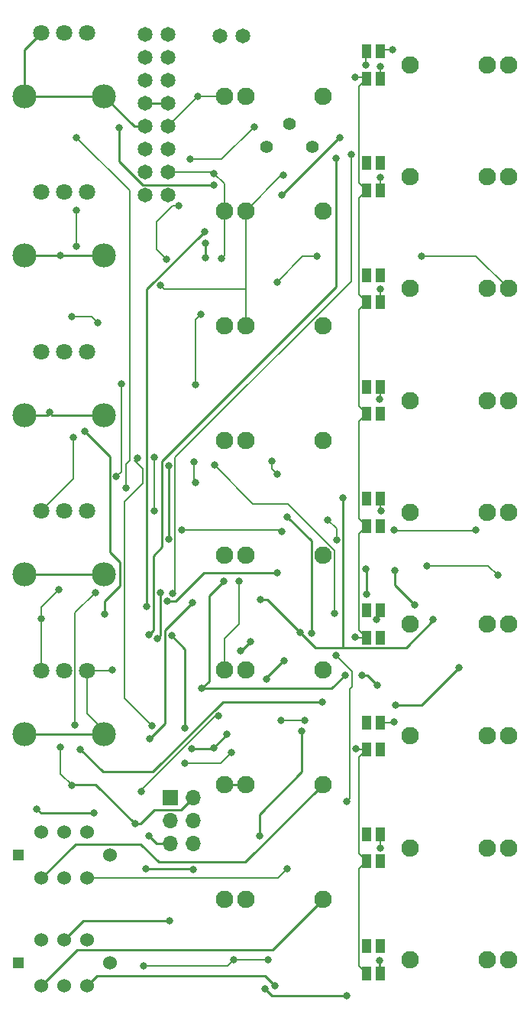
<source format=gbl>
G04 #@! TF.GenerationSoftware,KiCad,Pcbnew,(5.99.0-11177-g6c67dfa032)*
G04 #@! TF.CreationDate,2021-08-04T13:50:32-07:00*
G04 #@! TF.ProjectId,SCMv3,53434d76-332e-46b6-9963-61645f706362,rev?*
G04 #@! TF.SameCoordinates,Original*
G04 #@! TF.FileFunction,Copper,L2,Bot*
G04 #@! TF.FilePolarity,Positive*
%FSLAX46Y46*%
G04 Gerber Fmt 4.6, Leading zero omitted, Abs format (unit mm)*
G04 Created by KiCad (PCBNEW (5.99.0-11177-g6c67dfa032)) date 2021-08-04 13:50:32*
%MOMM*%
%LPD*%
G01*
G04 APERTURE LIST*
G04 #@! TA.AperFunction,ComponentPad*
%ADD10C,1.651000*%
G04 #@! TD*
G04 #@! TA.AperFunction,ComponentPad*
%ADD11C,1.397000*%
G04 #@! TD*
G04 #@! TA.AperFunction,ComponentPad*
%ADD12R,1.700000X1.700000*%
G04 #@! TD*
G04 #@! TA.AperFunction,ComponentPad*
%ADD13O,1.700000X1.700000*%
G04 #@! TD*
G04 #@! TA.AperFunction,ComponentPad*
%ADD14C,1.930400*%
G04 #@! TD*
G04 #@! TA.AperFunction,ComponentPad*
%ADD15C,1.524000*%
G04 #@! TD*
G04 #@! TA.AperFunction,ComponentPad*
%ADD16R,1.270000X1.270000*%
G04 #@! TD*
G04 #@! TA.AperFunction,ComponentPad*
%ADD17C,1.803400*%
G04 #@! TD*
G04 #@! TA.AperFunction,ComponentPad*
%ADD18C,2.667000*%
G04 #@! TD*
G04 #@! TA.AperFunction,SMDPad,CuDef*
%ADD19R,1.100000X1.500000*%
G04 #@! TD*
G04 #@! TA.AperFunction,ViaPad*
%ADD20C,0.800000*%
G04 #@! TD*
G04 #@! TA.AperFunction,Conductor*
%ADD21C,0.250000*%
G04 #@! TD*
G04 #@! TA.AperFunction,Conductor*
%ADD22C,0.203200*%
G04 #@! TD*
G04 APERTURE END LIST*
D10*
X16740000Y-2230000D03*
X19280000Y-2230000D03*
X16740000Y-4770000D03*
X19280000Y-4770000D03*
X16740000Y-7310000D03*
X19280000Y-7310000D03*
X16740000Y-9850000D03*
X19280000Y-9850000D03*
X16740000Y-12390000D03*
X19280000Y-12390000D03*
X16740000Y-14930000D03*
X19280000Y-14930000D03*
X16740000Y-17470000D03*
X19280000Y-17470000D03*
X16740000Y-20010000D03*
X19280000Y-20010000D03*
D11*
X30210000Y-14680000D03*
X32750000Y-12140000D03*
X35290000Y-14680000D03*
D12*
X19560000Y-86690000D03*
D13*
X22100000Y-86690000D03*
X19560000Y-89230000D03*
X22100000Y-89230000D03*
X19560000Y-91770000D03*
X22100000Y-91770000D03*
D10*
X27560000Y-2420000D03*
X25020000Y-2420000D03*
D14*
X46101000Y-17970500D03*
X57073800Y-17970500D03*
X54660800Y-17970500D03*
D15*
X5257800Y-90512900D03*
X7797800Y-90512900D03*
X10337800Y-90512900D03*
X5257800Y-95592900D03*
X7797800Y-95592900D03*
X10337800Y-95592900D03*
D16*
X2717800Y-93052900D03*
D15*
X12877800Y-93052900D03*
D14*
X36499800Y-9029700D03*
X25527000Y-9029700D03*
X27940000Y-9029700D03*
X36499800Y-34429700D03*
X25527000Y-34429700D03*
X27940000Y-34429700D03*
D17*
X5257963Y-37323457D03*
X7797963Y-37323457D03*
X10337963Y-37323457D03*
D18*
X3403763Y-44333857D03*
X12192163Y-44333857D03*
D19*
X41312400Y-90765500D03*
X41312400Y-93765500D03*
X42812400Y-93765500D03*
X42812400Y-90765500D03*
D14*
X46101000Y-30353000D03*
X57073800Y-30353000D03*
X54660800Y-30353000D03*
X46101000Y-42735500D03*
X57073800Y-42735500D03*
X54660800Y-42735500D03*
D17*
X5257963Y-19670457D03*
X7797963Y-19670457D03*
X10337963Y-19670457D03*
D18*
X3403763Y-26680857D03*
X12192163Y-26680857D03*
D17*
X5257963Y-72629457D03*
X7797963Y-72629457D03*
X10337963Y-72629457D03*
D18*
X3403763Y-79639857D03*
X12192163Y-79639857D03*
D14*
X46101000Y-104648000D03*
X57073800Y-104648000D03*
X54660800Y-104648000D03*
X36499800Y-72529700D03*
X25527000Y-72529700D03*
X27940000Y-72529700D03*
X36499800Y-97929700D03*
X25527000Y-97929700D03*
X27940000Y-97929700D03*
D15*
X5257800Y-102450900D03*
X7797800Y-102450900D03*
X10337800Y-102450900D03*
X5257800Y-107530900D03*
X7797800Y-107530900D03*
X10337800Y-107530900D03*
D16*
X2717800Y-104990900D03*
D15*
X12877800Y-104990900D03*
D14*
X46101000Y-5588000D03*
X57073800Y-5588000D03*
X54660800Y-5588000D03*
X36499800Y-59829700D03*
X25527000Y-59829700D03*
X27940000Y-59829700D03*
X46101000Y-92265500D03*
X57073800Y-92265500D03*
X54660800Y-92265500D03*
X46101000Y-67500500D03*
X57073800Y-67500500D03*
X54660800Y-67500500D03*
X36499800Y-47129700D03*
X25527000Y-47129700D03*
X27940000Y-47129700D03*
X36499800Y-85229700D03*
X25527000Y-85229700D03*
X27940000Y-85229700D03*
D19*
X41312400Y-41235500D03*
X41312400Y-44235500D03*
X42812400Y-44235500D03*
X42812400Y-41235500D03*
D17*
X5257963Y-54976457D03*
X7797963Y-54976457D03*
X10337963Y-54976457D03*
D18*
X3403763Y-61986857D03*
X12192163Y-61986857D03*
D19*
X41312400Y-4088000D03*
X41312400Y-7088000D03*
X42812400Y-7088000D03*
X42812400Y-4088000D03*
D17*
X5257963Y-2017457D03*
X7797963Y-2017457D03*
X10337963Y-2017457D03*
D18*
X3403763Y-9027857D03*
X12192163Y-9027857D03*
D19*
X41312400Y-28853000D03*
X41312400Y-31853000D03*
X42812400Y-31853000D03*
X42812400Y-28853000D03*
X41312400Y-66000500D03*
X41312400Y-69000500D03*
X42812400Y-69000500D03*
X42812400Y-66000500D03*
D14*
X46101000Y-79883000D03*
X57073800Y-79883000D03*
X54660800Y-79883000D03*
D19*
X41312400Y-16470500D03*
X41312400Y-19470500D03*
X42812400Y-19470500D03*
X42812400Y-16470500D03*
X41312400Y-53618000D03*
X41312400Y-56618000D03*
X42812400Y-56618000D03*
X42812400Y-53618000D03*
X41312400Y-78383000D03*
X41312400Y-81383000D03*
X42812400Y-81383000D03*
X42812400Y-78383000D03*
D14*
X46101000Y-55118000D03*
X57073800Y-55118000D03*
X54660800Y-55118000D03*
X36499800Y-21729700D03*
X25527000Y-21729700D03*
X27940000Y-21729700D03*
D19*
X41312400Y-103148000D03*
X41312400Y-106148000D03*
X42812400Y-106148000D03*
X42812400Y-103148000D03*
D20*
X30805275Y-49444918D03*
X11490000Y-34120000D03*
X19400000Y-58060000D03*
X37970000Y-58140000D03*
X35820000Y-26750000D03*
X11110000Y-88430000D03*
X25190000Y-27010000D03*
X22340000Y-51840000D03*
X31370000Y-29610000D03*
X47400000Y-26730000D03*
X8670000Y-33420000D03*
X21190000Y-79020000D03*
X26590000Y-104640000D03*
X19120000Y-27070000D03*
X31380000Y-50870000D03*
X27140000Y-62780000D03*
X21950000Y-81330000D03*
X13099299Y-72560000D03*
X24390000Y-17600000D03*
X37010000Y-55970000D03*
X24370000Y-81170000D03*
X16800000Y-94600000D03*
X25830000Y-79710000D03*
X18420000Y-63990000D03*
X31790000Y-78160000D03*
X48020000Y-61020000D03*
X7399143Y-26680857D03*
X34430000Y-78140000D03*
X22570000Y-9100000D03*
X18070000Y-69080000D03*
X22160000Y-49530000D03*
X19380000Y-49940000D03*
X4750000Y-87940000D03*
X20460000Y-21190000D03*
X16570000Y-105320000D03*
X6160000Y-44070000D03*
X22100000Y-94670000D03*
X30420000Y-104670000D03*
X55840000Y-62100000D03*
X19680000Y-68780000D03*
X9120000Y-25650000D03*
X8600000Y-85360000D03*
X5257963Y-66912037D03*
X7220000Y-63700000D03*
X13580000Y-51130000D03*
X15630000Y-89600000D03*
X32070000Y-17820000D03*
X14110000Y-40930000D03*
X18418900Y-30000000D03*
X9140000Y-21700000D03*
X8840000Y-46870000D03*
X7380000Y-81160000D03*
X19480000Y-100370000D03*
X13870000Y-12520000D03*
X24410011Y-18859989D03*
X32521100Y-94560000D03*
X31170000Y-107510000D03*
X39620000Y-15510000D03*
X19830000Y-64090000D03*
X24920000Y-77610000D03*
X16295500Y-86028336D03*
X9170000Y-13610000D03*
X14600000Y-52400000D03*
X12240000Y-66380000D03*
X10040000Y-46180000D03*
X31950000Y-19980000D03*
X16960000Y-65540000D03*
X38340000Y-13670000D03*
X23340000Y-24020000D03*
X31370000Y-61840000D03*
X19180000Y-64950000D03*
X9560000Y-81340000D03*
X11270000Y-63990000D03*
X36430000Y-76150000D03*
X8960000Y-78650000D03*
X31920000Y-57210000D03*
X17740000Y-54960000D03*
X21160000Y-82900000D03*
X26340000Y-81710000D03*
X15910000Y-49080000D03*
X17520000Y-78750000D03*
X17740000Y-49000000D03*
X20802201Y-57050000D03*
X53420000Y-57050000D03*
X44350000Y-57090000D03*
X23420000Y-25320000D03*
X37790000Y-66340000D03*
X23420000Y-26930000D03*
X24420000Y-49850000D03*
X37960000Y-71000000D03*
X22330000Y-40970000D03*
X22940000Y-33170000D03*
X39080000Y-87130000D03*
X21760000Y-16050000D03*
X28890000Y-12420000D03*
X44430000Y-61530000D03*
X46620000Y-65390000D03*
X48715500Y-66990000D03*
X38700000Y-53540000D03*
X33945000Y-68415000D03*
X32190000Y-71570000D03*
X30220000Y-73590000D03*
X29560000Y-64750000D03*
X27320000Y-70440000D03*
X30080000Y-107910000D03*
X39090000Y-108670000D03*
X28406979Y-69467781D03*
X29460000Y-90910000D03*
X34147500Y-79362500D03*
X17284010Y-80200000D03*
X41270000Y-64180000D03*
X21997125Y-65107474D03*
X41260000Y-61360000D03*
X25480000Y-62730000D03*
X23050000Y-74640000D03*
X51560000Y-72310000D03*
X44520000Y-76470000D03*
X40810000Y-73140000D03*
X42510000Y-74270000D03*
X38960000Y-73120000D03*
X40020000Y-6990000D03*
X40000000Y-68930000D03*
X40121100Y-81290000D03*
X42740000Y-104720000D03*
X42870000Y-92330000D03*
X44320000Y-78350000D03*
X42437701Y-66967701D03*
X42880000Y-55000000D03*
X42790000Y-42620000D03*
X42810000Y-30380000D03*
X42810000Y-18080000D03*
X44230000Y-3920000D03*
X42840000Y-5760000D03*
X41230000Y-5600000D03*
X17159631Y-68667405D03*
X37960000Y-15920000D03*
X17150000Y-90910000D03*
X32540000Y-55640000D03*
X35200000Y-68490000D03*
D21*
X3403763Y-44333857D02*
X5896143Y-44333857D01*
D22*
X22640300Y-9029700D02*
X25527000Y-9029700D01*
X10337963Y-72629457D02*
X13029844Y-72629457D01*
X26590000Y-104640000D02*
X30390000Y-104640000D01*
D21*
X3403763Y-61986857D02*
X12192163Y-61986857D01*
X3403763Y-26680857D02*
X7399143Y-26680857D01*
X18420000Y-68730000D02*
X18070000Y-69080000D01*
D22*
X27140000Y-67500000D02*
X25527000Y-69113000D01*
D21*
X5240000Y-88430000D02*
X4750000Y-87940000D01*
D22*
X22570000Y-9100000D02*
X22640300Y-9029700D01*
X25527000Y-18737000D02*
X24390000Y-17600000D01*
D21*
X3403763Y-79639857D02*
X12192163Y-79639857D01*
D22*
X22160000Y-49530000D02*
X22160000Y-51660000D01*
X53450800Y-26730000D02*
X57073800Y-30353000D01*
D21*
X16800000Y-94600000D02*
X22030000Y-94600000D01*
X22030000Y-94600000D02*
X22100000Y-94670000D01*
D22*
X48020000Y-61020000D02*
X54760000Y-61020000D01*
X30390000Y-104640000D02*
X30420000Y-104670000D01*
X25910000Y-105320000D02*
X16570000Y-105320000D01*
D21*
X19400000Y-58060000D02*
X19380000Y-58040000D01*
X21950000Y-81330000D02*
X24210000Y-81330000D01*
D22*
X19770000Y-21190000D02*
X20460000Y-21190000D01*
X19280000Y-12390000D02*
X22570000Y-9100000D01*
D21*
X12192163Y-44333857D02*
X6423857Y-44333857D01*
D22*
X31370000Y-29610000D02*
X34230000Y-26750000D01*
X11490000Y-34120000D02*
X10790000Y-33420000D01*
X12192163Y-79639857D02*
X12192163Y-79243931D01*
X34230000Y-26750000D02*
X35820000Y-26750000D01*
D21*
X19380000Y-58040000D02*
X19380000Y-49940000D01*
X15554306Y-12390000D02*
X16740000Y-12390000D01*
X5896143Y-44333857D02*
X6160000Y-44070000D01*
D22*
X25190000Y-27010000D02*
X25527000Y-26673000D01*
D21*
X21190000Y-70290000D02*
X21190000Y-79020000D01*
D22*
X25527000Y-21729700D02*
X25527000Y-18737000D01*
X10790000Y-33420000D02*
X8670000Y-33420000D01*
X12192163Y-79243931D02*
X10337963Y-77389731D01*
X24260000Y-17470000D02*
X24390000Y-17600000D01*
D21*
X6423857Y-44333857D02*
X6160000Y-44070000D01*
X18420000Y-63990000D02*
X18420000Y-68730000D01*
D22*
X10337963Y-77389731D02*
X10337963Y-72629457D01*
D21*
X3403763Y-9027857D02*
X12192163Y-9027857D01*
X19680000Y-68780000D02*
X21190000Y-70290000D01*
D22*
X30805275Y-49444918D02*
X30805275Y-50295275D01*
D21*
X11110000Y-88430000D02*
X5240000Y-88430000D01*
D22*
X13029844Y-72629457D02*
X13099301Y-72560000D01*
D21*
X12192163Y-9027857D02*
X15554306Y-12390000D01*
D22*
X31790000Y-78160000D02*
X34410000Y-78160000D01*
D21*
X24370000Y-81170000D02*
X25830000Y-79710000D01*
D22*
X19280000Y-17470000D02*
X24260000Y-17470000D01*
X37010000Y-55970000D02*
X37970000Y-56930000D01*
D21*
X5257963Y-2017457D02*
X3403763Y-3871657D01*
X7399143Y-26680857D02*
X12192163Y-26680857D01*
X3403763Y-3871657D02*
X3403763Y-9027857D01*
D22*
X37970000Y-56930000D02*
X37970000Y-58140000D01*
X54760000Y-61020000D02*
X55840000Y-62100000D01*
X18030000Y-25980000D02*
X18030000Y-22930000D01*
X18030000Y-22930000D02*
X19770000Y-21190000D01*
D21*
X24210000Y-81330000D02*
X24370000Y-81170000D01*
D22*
X25527000Y-69113000D02*
X25527000Y-72529700D01*
X34410000Y-78160000D02*
X34430000Y-78140000D01*
X22160000Y-51660000D02*
X22340000Y-51840000D01*
X30805275Y-50295275D02*
X31380000Y-50870000D01*
X47400000Y-26730000D02*
X53450800Y-26730000D01*
D21*
X27940000Y-85229700D02*
X25527000Y-85229700D01*
D22*
X19120000Y-27070000D02*
X18030000Y-25980000D01*
X26590000Y-104640000D02*
X25910000Y-105320000D01*
X25527000Y-26673000D02*
X25527000Y-21729700D01*
X27140000Y-62780000D02*
X27140000Y-67500000D01*
D21*
X20734511Y-88055489D02*
X22100000Y-86690000D01*
X17774511Y-88055489D02*
X20734511Y-88055489D01*
D22*
X8600000Y-85280000D02*
X8600000Y-85360000D01*
X27940000Y-30370000D02*
X27940000Y-34429700D01*
D21*
X16230000Y-89600000D02*
X17774511Y-88055489D01*
D22*
X8840000Y-51394420D02*
X5257963Y-54976457D01*
X9140000Y-21700000D02*
X9140000Y-25630000D01*
D21*
X15630000Y-89600000D02*
X11280000Y-85250000D01*
D22*
X27940000Y-30370000D02*
X27880000Y-30430000D01*
X27940000Y-21729700D02*
X27940000Y-30370000D01*
D21*
X15630000Y-89600000D02*
X16230000Y-89600000D01*
D22*
X7380000Y-81160000D02*
X7380000Y-84060000D01*
X5257963Y-72629457D02*
X5257963Y-66912037D01*
D21*
X8710000Y-85250000D02*
X8600000Y-85360000D01*
D22*
X32070000Y-17820000D02*
X31849700Y-17820000D01*
X5257963Y-65662037D02*
X7220000Y-63700000D01*
X5257963Y-66912037D02*
X5257963Y-65662037D01*
X27880000Y-30430000D02*
X18848900Y-30430000D01*
X31849700Y-17820000D02*
X27940000Y-21729700D01*
X9140000Y-25630000D02*
X9120000Y-25650000D01*
X7380000Y-84060000D02*
X8600000Y-85280000D01*
X14110000Y-40930000D02*
X14110000Y-50600000D01*
X8840000Y-46870000D02*
X8840000Y-51394420D01*
D21*
X11280000Y-85250000D02*
X8710000Y-85250000D01*
D22*
X18848900Y-30430000D02*
X18418900Y-30000000D01*
X14110000Y-50600000D02*
X13580000Y-51130000D01*
D21*
X7797800Y-102450900D02*
X9878700Y-100370000D01*
X9878700Y-100370000D02*
X19480000Y-100370000D01*
X13870000Y-16226362D02*
X16503627Y-18859989D01*
X13870000Y-12520000D02*
X13870000Y-16226362D01*
X16503627Y-18859989D02*
X24410011Y-18859989D01*
D22*
X10337800Y-95592900D02*
X31488200Y-95592900D01*
X31488200Y-95592900D02*
X32521100Y-94560000D01*
D21*
X16270000Y-91840000D02*
X18270000Y-93840000D01*
X27889500Y-93840000D02*
X36499800Y-85229700D01*
X9010700Y-91840000D02*
X16270000Y-91840000D01*
X18270000Y-93840000D02*
X27889500Y-93840000D01*
X5257800Y-95592900D02*
X9010700Y-91840000D01*
X11448700Y-106420000D02*
X30080000Y-106420000D01*
X30080000Y-106420000D02*
X31170000Y-107510000D01*
X10337800Y-107530900D02*
X11448700Y-106420000D01*
X30892089Y-103537411D02*
X36499800Y-97929700D01*
X9251289Y-103537411D02*
X30892089Y-103537411D01*
X5257800Y-107530900D02*
X9251289Y-103537411D01*
D22*
X20101101Y-55050407D02*
X20101101Y-63818899D01*
X39620000Y-29518665D02*
X20081101Y-49057564D01*
X20081101Y-55030407D02*
X20101101Y-55050407D01*
X20081101Y-49057564D02*
X20081101Y-55030407D01*
X20101101Y-63818899D02*
X19830000Y-64090000D01*
X39620000Y-15510000D02*
X39620000Y-29518665D01*
X16295500Y-85862992D02*
X16295500Y-86028344D01*
X24548492Y-77610000D02*
X16295500Y-85862992D01*
X24920000Y-77610000D02*
X24548492Y-77610000D01*
X9170000Y-13610000D02*
X15024500Y-19464500D01*
X15024500Y-19464500D02*
X15024500Y-49395980D01*
X14600000Y-49820480D02*
X14600000Y-52400000D01*
X15024500Y-49395980D02*
X14600000Y-49820480D01*
D21*
X12843890Y-48983890D02*
X12843890Y-59513890D01*
X13950000Y-63220000D02*
X12240000Y-64930000D01*
X13950000Y-60620000D02*
X13950000Y-63220000D01*
X12240000Y-64930000D02*
X12240000Y-66380000D01*
X12843890Y-59513890D02*
X13950000Y-60620000D01*
X10040000Y-46180000D02*
X12843890Y-48983890D01*
X38260000Y-13670000D02*
X38340000Y-13670000D01*
X16960000Y-30400000D02*
X23340000Y-24020000D01*
X16960000Y-65540000D02*
X16960000Y-30400000D01*
X31950000Y-19980000D02*
X38260000Y-13670000D01*
X20154600Y-64950000D02*
X19180000Y-64950000D01*
X23264600Y-61840000D02*
X20154600Y-64950000D01*
X31370000Y-61840000D02*
X23264600Y-61840000D01*
X17635400Y-83870000D02*
X12090000Y-83870000D01*
X12090000Y-83870000D02*
X9560000Y-81340000D01*
X25409901Y-76095499D02*
X17635400Y-83870000D01*
D22*
X11270000Y-63990000D02*
X9000774Y-66259226D01*
X9000774Y-66259226D02*
X9000774Y-78609226D01*
X9000774Y-78609226D02*
X8960000Y-78650000D01*
D21*
X36430000Y-76150000D02*
X36375499Y-76095499D01*
X36375499Y-76095499D02*
X25409901Y-76095499D01*
D22*
X44410000Y-57150000D02*
X44350000Y-57090000D01*
X17740000Y-49000000D02*
X17740000Y-54960000D01*
X21160000Y-82900000D02*
X25150000Y-82900000D01*
X16512211Y-51870745D02*
X14430000Y-53952956D01*
X15594026Y-49395974D02*
X16512211Y-50314159D01*
X25150000Y-82900000D02*
X26340000Y-81710000D01*
X53320000Y-57150000D02*
X44410000Y-57150000D01*
X31760000Y-57050000D02*
X20802201Y-57050000D01*
X14430000Y-75660000D02*
X17520000Y-78750000D01*
X31920000Y-57210000D02*
X31760000Y-57050000D01*
X14430000Y-53952956D02*
X14430000Y-75660000D01*
X16512211Y-50314159D02*
X16512211Y-51870745D01*
X53420000Y-57050000D02*
X53320000Y-57150000D01*
X15910000Y-49080000D02*
X15594026Y-49395974D01*
X37790000Y-66340000D02*
X37790000Y-59329065D01*
X39420000Y-74660000D02*
X39661101Y-74418899D01*
X39661101Y-72701101D02*
X37960000Y-71000000D01*
X22330000Y-33780000D02*
X22940000Y-33170000D01*
X22330000Y-40970000D02*
X22330000Y-33780000D01*
X39420000Y-86790000D02*
X39420000Y-74660000D01*
X39080000Y-87130000D02*
X39420000Y-86790000D01*
D21*
X23420000Y-25320000D02*
X23420000Y-26930000D01*
D22*
X39661101Y-74418899D02*
X39661101Y-72701101D01*
X32616834Y-54155899D02*
X28725899Y-54155899D01*
X37790000Y-59329065D02*
X32616834Y-54155899D01*
X28725899Y-54155899D02*
X24420000Y-49850000D01*
X28890000Y-12420000D02*
X25260000Y-16050000D01*
X25260000Y-16050000D02*
X21760000Y-16050000D01*
D21*
X16740000Y-9850000D02*
X19280000Y-9850000D01*
X44430000Y-61530000D02*
X44430000Y-63200000D01*
X44430000Y-63200000D02*
X46620000Y-65390000D01*
X38700000Y-70070000D02*
X38694989Y-70075011D01*
X32080000Y-71570000D02*
X30220000Y-73430000D01*
X38694989Y-70075011D02*
X45734989Y-70075011D01*
X32190000Y-71570000D02*
X32080000Y-71570000D01*
X30280000Y-64750000D02*
X29560000Y-64750000D01*
X35605011Y-70075011D02*
X30280000Y-64750000D01*
X30220000Y-73430000D02*
X30220000Y-73590000D01*
X38694989Y-70075011D02*
X35605011Y-70075011D01*
X45734989Y-70075011D02*
X48715500Y-67094500D01*
X38700000Y-53540000D02*
X38700000Y-70070000D01*
X48715500Y-67094500D02*
X48715500Y-66990000D01*
X27434760Y-70440000D02*
X27320000Y-70440000D01*
X28406979Y-69467781D02*
X27434760Y-70440000D01*
X30080000Y-107910000D02*
X30840000Y-108670000D01*
X34147500Y-79362500D02*
X34147500Y-83862500D01*
X34147500Y-83862500D02*
X29460000Y-88550000D01*
X30840000Y-108670000D02*
X39090000Y-108670000D01*
X29460000Y-88550000D02*
X29460000Y-90910000D01*
X41270000Y-64180000D02*
X41270000Y-61370000D01*
X21997125Y-65107474D02*
X18955499Y-68149100D01*
X41270000Y-61370000D02*
X41260000Y-61360000D01*
X18955499Y-78528511D02*
X17284010Y-80200000D01*
X18955499Y-68149100D02*
X18955499Y-78528511D01*
X23880000Y-73810000D02*
X23050000Y-74640000D01*
X23050000Y-74640000D02*
X37440000Y-74640000D01*
X23880000Y-64330000D02*
X23880000Y-73810000D01*
X37440000Y-74640000D02*
X38960000Y-73120000D01*
X41380000Y-73140000D02*
X42510000Y-74270000D01*
X47400000Y-76470000D02*
X44520000Y-76470000D01*
X25480000Y-62730000D02*
X23880000Y-64330000D01*
X40810000Y-73140000D02*
X41380000Y-73140000D01*
X51560000Y-72310000D02*
X47400000Y-76470000D01*
D22*
X40461289Y-18619389D02*
X41312400Y-19470500D01*
X40020000Y-6990000D02*
X41214400Y-6990000D01*
X40461289Y-43384389D02*
X41312400Y-44235500D01*
X41312400Y-93765500D02*
X40461289Y-94616611D01*
X41312400Y-81383000D02*
X40461289Y-82234111D01*
X40461289Y-68149389D02*
X41312400Y-69000500D01*
X40461289Y-94616611D02*
X40461289Y-105296889D01*
X40214100Y-81383000D02*
X40121100Y-81290000D01*
X41312400Y-31853000D02*
X40461289Y-32704111D01*
X41312400Y-44235500D02*
X40461289Y-45086611D01*
X41312400Y-81383000D02*
X40214100Y-81383000D01*
X40461289Y-20321611D02*
X40461289Y-31001889D01*
X40461289Y-7939111D02*
X40461289Y-18619389D01*
X40461289Y-55766889D02*
X41312400Y-56618000D01*
X40461289Y-105296889D02*
X41312400Y-106148000D01*
X40461289Y-92914389D02*
X41312400Y-93765500D01*
X41312400Y-56618000D02*
X40461289Y-57469111D01*
X41312400Y-69000500D02*
X40070500Y-69000500D01*
X40461289Y-45086611D02*
X40461289Y-55766889D01*
X40461289Y-31001889D02*
X41312400Y-31853000D01*
X40461289Y-57469111D02*
X40461289Y-68149389D01*
X41312400Y-19470500D02*
X40461289Y-20321611D01*
X40070500Y-69000500D02*
X40000000Y-68930000D01*
X41214400Y-6990000D02*
X41312400Y-7088000D01*
X40461289Y-32704111D02*
X40461289Y-43384389D01*
X40461289Y-82234111D02*
X40461289Y-92914389D01*
X41312400Y-7088000D02*
X40461289Y-7939111D01*
X42880000Y-106215600D02*
X42812400Y-106148000D01*
D21*
X42740000Y-104720000D02*
X42740000Y-106075600D01*
X42740000Y-106075600D02*
X42812400Y-106148000D01*
D22*
X42812400Y-92272400D02*
X42870000Y-92330000D01*
X42890000Y-90687900D02*
X42812400Y-90765500D01*
X42812400Y-90765500D02*
X42812400Y-92272400D01*
X42920000Y-78275400D02*
X42812400Y-78383000D01*
X42812400Y-78383000D02*
X44287000Y-78383000D01*
X44287000Y-78383000D02*
X44320000Y-78350000D01*
X42812400Y-66593002D02*
X42437701Y-66967701D01*
X42812400Y-66000500D02*
X42812400Y-66593002D01*
X42950000Y-65862900D02*
X42812400Y-66000500D01*
X42812400Y-53618000D02*
X42812400Y-54932400D01*
X42850000Y-53580400D02*
X42812400Y-53618000D01*
X42812400Y-54932400D02*
X42880000Y-55000000D01*
X42812400Y-41235500D02*
X42812400Y-42597600D01*
X42812400Y-42597600D02*
X42790000Y-42620000D01*
X42812400Y-31853000D02*
X42812400Y-30382400D01*
X42812400Y-30382400D02*
X42810000Y-30380000D01*
X42812400Y-19470500D02*
X42812400Y-18082400D01*
X42812400Y-18082400D02*
X42810000Y-18080000D01*
X44230000Y-3920000D02*
X42980400Y-3920000D01*
X42980400Y-3920000D02*
X42812400Y-4088000D01*
X42812400Y-7088000D02*
X42812400Y-5787600D01*
X42812400Y-5787600D02*
X42840000Y-5760000D01*
X41230000Y-5600000D02*
X41230000Y-4170400D01*
X41230000Y-4170400D02*
X41312400Y-4088000D01*
D21*
X17690000Y-68137036D02*
X17159631Y-68667405D01*
X18655499Y-49444501D02*
X18655499Y-58969901D01*
X18655499Y-58969901D02*
X17690000Y-59935400D01*
X37960000Y-15920000D02*
X37960000Y-30140000D01*
X17690000Y-59935400D02*
X17690000Y-68137036D01*
X37960000Y-30140000D02*
X18655499Y-49444501D01*
X18010000Y-91770000D02*
X17150000Y-90910000D01*
X19560000Y-91770000D02*
X19560000Y-91980000D01*
X19560000Y-91770000D02*
X18010000Y-91770000D01*
X35200000Y-68490000D02*
X35200000Y-58300000D01*
X35200000Y-58300000D02*
X32540000Y-55640000D01*
M02*

</source>
